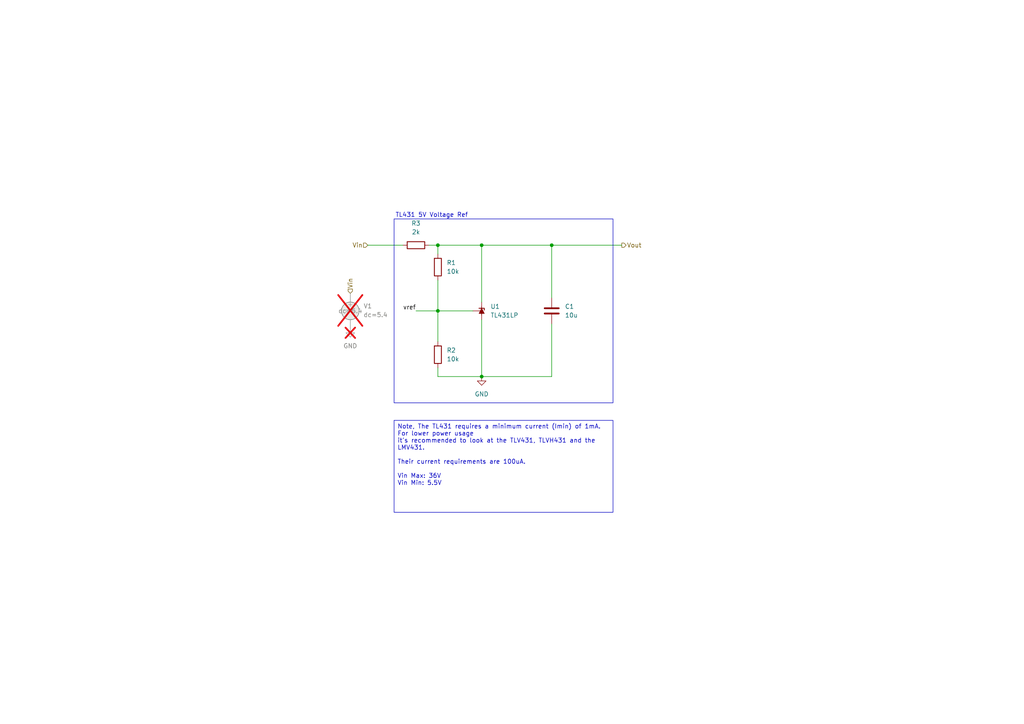
<source format=kicad_sch>
(kicad_sch (version 20250114) (generator "eeschema") (generator_version "9.0")
  (paper "A4")
  (lib_symbols
    (symbol "Device:C" (pin_numbers (hide yes)) (pin_names (offset 0.254))
      (property "Reference" "C" (at 0.635 2.54 0))
      (property "Value" "C" (at 0.635 -2.54 0))
      (symbol "C_0_1"
        (polyline (pts (xy -2.032 0.762) (xy 2.032 0.762)) (stroke (width 0.508)))
        (polyline (pts (xy -2.032 -0.762) (xy 2.032 -0.762)) (stroke (width 0.508)))
      )
      (symbol "C_1_1"
        (pin passive line (at 0 3.81 270) (length 2.794) (name "~") (number "1"))
        (pin passive line (at 0 -3.81 90) (length 2.794) (name "~") (number "2"))
      )
    )
    (symbol "Device:R" (pin_numbers (hide yes)) (pin_names (offset 0))
      (property "Reference" "R" (at 2.032 0 90))
      (property "Value" "R" (at 0 0 90))
      (symbol "R_0_1"
        (rectangle (start -1.016 -2.54) (end 1.016 2.54) (stroke (width 0.254)))
      )
      (symbol "R_1_1"
        (pin passive line (at 0 3.81 270) (length 1.27) (name "~") (number "1"))
        (pin passive line (at 0 -3.81 90) (length 1.27) (name "~") (number "2"))
      )
    )
    (symbol "Reference_Voltage:TL431LP" (pin_numbers (hide yes)) (pin_names (hide yes))
      (property "Reference" "U" (at -2.54 2.54 0))
      (property "Value" "TL431LP" (at 0 -2.54 0))
      (symbol "TL431LP_0_1"
        (polyline (pts (xy -1.27 0) (xy 0 0) (xy 1.27 0)))
        (polyline (pts (xy -0.762 -0.762) (xy -0.762 0.762) (xy 0.762 0) (xy -0.762 -0.762)) (fill (type outline)))
        (polyline (pts (xy 0.254 -0.762) (xy 0.762 -0.762) (xy 0.762 0.762) (xy 0.762 0.762)) (stroke (width 0.254)))
      )
      (symbol "TL431LP_1_1"
        (pin passive line (at -2.54 0 0) (length 2.54) (name "A") (number "2"))
        (pin passive line (at 0 2.54 270) (length 2.54) (name "REF") (number "1"))
        (pin passive line (at 2.54 0 180) (length 2.54) (name "K") (number "3"))
      )
    )
    (symbol "Simulation_SPICE:VDC" (pin_numbers (hide yes)) (pin_names (offset 0.0254))
      (property "Reference" "V" (at 2.54 2.54 0))
      (property "Value" "1" (at 2.54 0 0))
      (symbol "VDC_0_0"
        (polyline (pts (xy -1.27 0.254) (xy 1.27 0.254)))
        (polyline (pts (xy -0.762 -0.254) (xy -1.27 -0.254)))
        (polyline (pts (xy 0.254 -0.254) (xy -0.254 -0.254)))
        (polyline (pts (xy 1.27 -0.254) (xy 0.762 -0.254)))
        (text "+" (at 0 1.905 0) (effects (font (size 1.27 1.27))))
      )
      (symbol "VDC_0_1"
        (circle (center 0 0) (radius 2.54) (stroke (width 0.254)) (fill (type background)))
      )
      (symbol "VDC_1_1"
        (pin passive line (at 0 5.08 270) (length 2.54) (name "~") (number "1"))
        (pin passive line (at 0 -5.08 90) (length 2.54) (name "~") (number "2"))
      )
    )
    (symbol "power:GND" (power) (pin_numbers (hide yes)) (pin_names (offset 0) (hide yes))
      (property "Value" "GND" (at 0 -3.81 0))
      (symbol "GND_0_1"
        (polyline (pts (xy 0 0) (xy 0 -1.27) (xy 1.27 -1.27) (xy 0 -2.54) (xy -1.27 -1.27) (xy 0 -1.27)))
      )
      (symbol "GND_1_1"
        (pin power_in line (at 0 0 270) (length 0) (name "~") (number "1"))
      )
    )
  )
  (rectangle (start 114.3 63.5) (end 177.8 116.84))
  (text "TL431 5V Voltage Ref" (at 125.222 62.484 0) (effects (font (size 1.27 1.27))))
  (text_box "Note, The TL431 requires a minimum current (Imin) of 1mA. For lower power usage \nit's recommended to look at the TLV431, TLVH431 and the LMV431. \n\nTheir current requirements are 100uA.\n\nVin Max: 36V\nVin Min: 5.5V" (at 114.3 121.92 0) (size 63.5 26.67) (margins 0.9525 0.9525 0.9525 0.9525) (effects (font (size 1.27 1.27)) (justify left top)))
  (junction (at 127 90.17))
  (junction (at 160.02 71.12))
  (junction (at 127 71.12))
  (junction (at 139.7 71.12))
  (junction (at 139.7 109.22))
  (wire (pts (xy 139.7 92.71) (xy 139.7 109.22)))
  (wire (pts (xy 160.02 93.98) (xy 160.02 109.22)))
  (wire (pts (xy 127 81.28) (xy 127 90.17)))
  (wire (pts (xy 160.02 71.12) (xy 139.7 71.12)))
  (wire (pts (xy 127 71.12) (xy 127 73.66)))
  (wire (pts (xy 124.46 71.12) (xy 127 71.12)))
  (wire (pts (xy 139.7 71.12) (xy 127 71.12)))
  (wire (pts (xy 139.7 87.63) (xy 139.7 71.12)))
  (wire (pts (xy 137.16 90.17) (xy 127 90.17)))
  (wire (pts (xy 127 106.68) (xy 127 109.22)))
  (wire (pts (xy 160.02 86.36) (xy 160.02 71.12)))
  (wire (pts (xy 127 109.22) (xy 139.7 109.22)))
  (wire (pts (xy 120.65 90.17) (xy 127 90.17)))
  (wire (pts (xy 106.68 71.12) (xy 116.84 71.12)))
  (wire (pts (xy 160.02 109.22) (xy 139.7 109.22)))
  (wire (pts (xy 127 90.17) (xy 127 99.06)))
  (wire (pts (xy 160.02 71.12) (xy 180.34 71.12)))
  (label "vref" (at 120.65 90.17 180))
  (hierarchical_label "Vin" (shape input) (at 106.68 71.12 180))
  (hierarchical_label "Vout" (shape output) (at 180.34 71.12 0))
  (hierarchical_label "Vin" (shape input) (at 101.6 85.09 90))
  (symbol (lib_id "Simulation_SPICE:VDC") (at 101.6 90.17 0) (unit 1) (in_bom no) (on_board no) (dnp yes)
    (property "Reference" "V1" (at 105.41 88.7701 0) (effects (justify left)))
    (property "Value" "${SIM.PARAMS}" (at 105.41 91.3101 0) (effects (justify left)))
    (property "Datasheet" "https://ngspice.sourceforge.io/docs/ngspice-html-manual/manual.xhtml#sec_Independent_Sources_for" (effects (hide yes)))
    (property "Description" "Voltage source, DC" (effects (hide yes)))
    (property "Sim.Pins" "1=+ 2=-" (effects (hide yes)))
    (property "Sim.Type" "DC" (effects (hide yes)))
    (property "Sim.Device" "V" (effects (hide yes)))
    (property "Sim.Params" "dc=5.4" (at 101.6 90.17 0))
  )
  (symbol (lib_id "Device:R") (at 127 102.87 0) (unit 1)
    (property "Reference" "R2" (at 129.54 101.5999 0) (effects (justify left)))
    (property "Value" "10k" (at 129.54 104.1399 0) (effects (justify left)))
    (property "Description" "Resistor" (effects (hide yes)))
  )
  (symbol (lib_id "power:GND") (at 101.6 95.25 0) (unit 1) (in_bom no) (on_board no) (dnp yes)
    (property "Reference" "#PWR02" (effects (hide yes)))
    (property "Value" "GND" (at 101.6 100.33 0))
    (property "Description" "Power symbol creates a global label with name \"GND\" , ground" (effects (hide yes)))
  )
  (symbol (lib_id "power:GND") (at 139.7 109.22 0) (unit 1)
    (property "Reference" "#PWR01" (effects (hide yes)))
    (property "Value" "GND" (at 139.7 114.3 0))
    (property "Description" "Power symbol creates a global label with name \"GND\" , ground" (effects (hide yes)))
  )
  (symbol (lib_id "Device:C") (at 160.02 90.17 0) (unit 1)
    (property "Reference" "C1" (at 163.83 88.8999 0) (effects (justify left)))
    (property "Value" "10u" (at 163.83 91.4399 0) (effects (justify left)))
    (property "Description" "Unpolarized capacitor" (effects (hide yes)))
    (property "Sim.Device" "C" (effects (hide yes)))
    (property "Sim.Pins" "1=- 2=+" (effects (hide yes)))
  )
  (symbol (lib_id "Reference_Voltage:TL431LP") (at 139.7 90.17 90) (unit 1)
    (property "Reference" "U1" (at 142.24 88.8999 90) (effects (justify right)))
    (property "Value" "TL431LP" (at 142.24 91.4399 90) (effects (justify right)))
    (property "Footprint" "Package_TO_SOT_THT:TO-92_Inline" (effects (hide yes)))
    (property "Datasheet" "http://www.ti.com/lit/ds/symlink/tl431.pdf" (effects (hide yes)))
    (property "Description" "Shunt Regulator, TO-92" (effects (hide yes)))
    (property "Sim.Library" "spice_models/tl431.mod" (effects (hide yes)))
    (property "Sim.Name" "TL431" (effects (hide yes)))
    (property "Sim.Device" "SUBCKT" (effects (hide yes)))
    (property "Sim.Pins" "1=1 2=2 3=3" (effects (hide yes)))
  )
  (symbol (lib_id "Device:R") (at 127 77.47 0) (unit 1)
    (property "Reference" "R1" (at 129.54 76.1999 0) (effects (justify left)))
    (property "Value" "10k" (at 129.54 78.7399 0) (effects (justify left)))
    (property "Description" "Resistor" (effects (hide yes)))
    (property "Sim.Device" "R" (effects (hide yes)))
    (property "Sim.Pins" "1=- 2=+" (effects (hide yes)))
  )
  (symbol (lib_id "Device:R") (at 120.65 71.12 90) (unit 1)
    (property "Reference" "R3" (at 120.65 64.77 90))
    (property "Value" "2k" (at 120.65 67.31 90))
    (property "Description" "Resistor" (effects (hide yes)))
    (property "Sim.Device" "R" (effects (hide yes)))
    (property "Sim.Pins" "1=- 2=+" (effects (hide yes)))
  )
)
</source>
